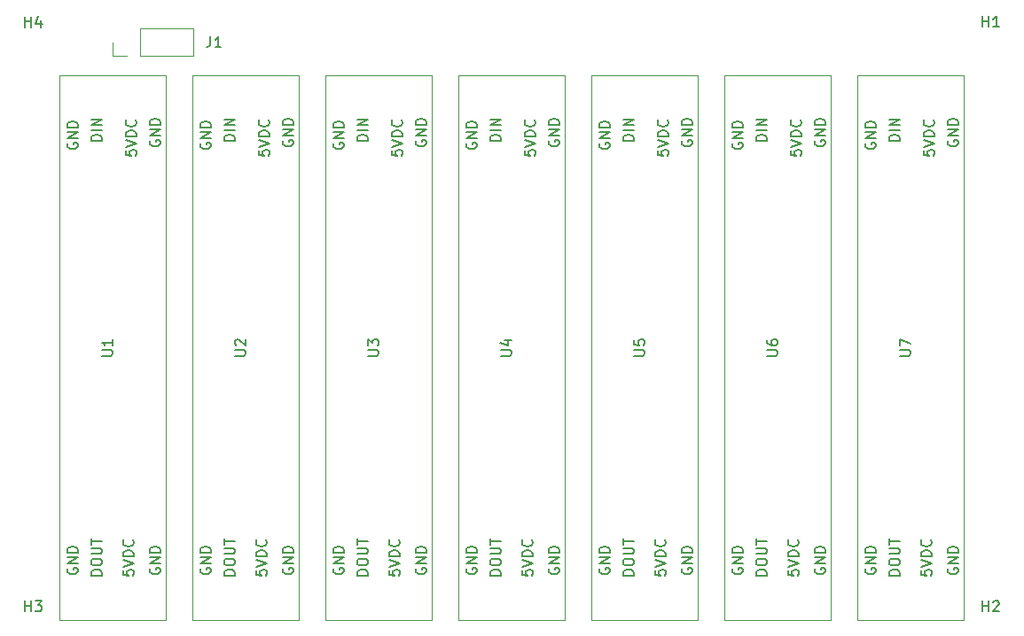
<source format=gbr>
%TF.GenerationSoftware,KiCad,Pcbnew,(6.0.1)*%
%TF.CreationDate,2022-07-14T17:05:26-04:00*%
%TF.ProjectId,Adafruit_NeoPixel_bar,41646166-7275-4697-945f-4e656f506978,rev?*%
%TF.SameCoordinates,Original*%
%TF.FileFunction,Legend,Top*%
%TF.FilePolarity,Positive*%
%FSLAX46Y46*%
G04 Gerber Fmt 4.6, Leading zero omitted, Abs format (unit mm)*
G04 Created by KiCad (PCBNEW (6.0.1)) date 2022-07-14 17:05:26*
%MOMM*%
%LPD*%
G01*
G04 APERTURE LIST*
%ADD10C,0.150000*%
%ADD11C,0.120000*%
G04 APERTURE END LIST*
D10*
%TO.C,U1*%
X52292380Y-94741904D02*
X53101904Y-94741904D01*
X53197142Y-94694285D01*
X53244761Y-94646666D01*
X53292380Y-94551428D01*
X53292380Y-94360952D01*
X53244761Y-94265714D01*
X53197142Y-94218095D01*
X53101904Y-94170476D01*
X52292380Y-94170476D01*
X53292380Y-93170476D02*
X53292380Y-93741904D01*
X53292380Y-93456190D02*
X52292380Y-93456190D01*
X52435238Y-93551428D01*
X52530476Y-93646666D01*
X52578095Y-93741904D01*
X56904000Y-74167904D02*
X56856380Y-74263142D01*
X56856380Y-74406000D01*
X56904000Y-74548857D01*
X56999238Y-74644095D01*
X57094476Y-74691714D01*
X57284952Y-74739333D01*
X57427809Y-74739333D01*
X57618285Y-74691714D01*
X57713523Y-74644095D01*
X57808761Y-74548857D01*
X57856380Y-74406000D01*
X57856380Y-74310761D01*
X57808761Y-74167904D01*
X57761142Y-74120285D01*
X57427809Y-74120285D01*
X57427809Y-74310761D01*
X57856380Y-73691714D02*
X56856380Y-73691714D01*
X57856380Y-73120285D01*
X56856380Y-73120285D01*
X57856380Y-72644095D02*
X56856380Y-72644095D01*
X56856380Y-72406000D01*
X56904000Y-72263142D01*
X56999238Y-72167904D01*
X57094476Y-72120285D01*
X57284952Y-72072666D01*
X57427809Y-72072666D01*
X57618285Y-72120285D01*
X57713523Y-72167904D01*
X57808761Y-72263142D01*
X57856380Y-72406000D01*
X57856380Y-72644095D01*
X56904000Y-115061904D02*
X56856380Y-115157142D01*
X56856380Y-115300000D01*
X56904000Y-115442857D01*
X56999238Y-115538095D01*
X57094476Y-115585714D01*
X57284952Y-115633333D01*
X57427809Y-115633333D01*
X57618285Y-115585714D01*
X57713523Y-115538095D01*
X57808761Y-115442857D01*
X57856380Y-115300000D01*
X57856380Y-115204761D01*
X57808761Y-115061904D01*
X57761142Y-115014285D01*
X57427809Y-115014285D01*
X57427809Y-115204761D01*
X57856380Y-114585714D02*
X56856380Y-114585714D01*
X57856380Y-114014285D01*
X56856380Y-114014285D01*
X57856380Y-113538095D02*
X56856380Y-113538095D01*
X56856380Y-113300000D01*
X56904000Y-113157142D01*
X56999238Y-113061904D01*
X57094476Y-113014285D01*
X57284952Y-112966666D01*
X57427809Y-112966666D01*
X57618285Y-113014285D01*
X57713523Y-113061904D01*
X57808761Y-113157142D01*
X57856380Y-113300000D01*
X57856380Y-113538095D01*
X52268380Y-74175809D02*
X51268380Y-74175809D01*
X51268380Y-73937714D01*
X51316000Y-73794857D01*
X51411238Y-73699619D01*
X51506476Y-73652000D01*
X51696952Y-73604380D01*
X51839809Y-73604380D01*
X52030285Y-73652000D01*
X52125523Y-73699619D01*
X52220761Y-73794857D01*
X52268380Y-73937714D01*
X52268380Y-74175809D01*
X52268380Y-73175809D02*
X51268380Y-73175809D01*
X52268380Y-72699619D02*
X51268380Y-72699619D01*
X52268380Y-72128190D01*
X51268380Y-72128190D01*
X49030000Y-74421904D02*
X48982380Y-74517142D01*
X48982380Y-74660000D01*
X49030000Y-74802857D01*
X49125238Y-74898095D01*
X49220476Y-74945714D01*
X49410952Y-74993333D01*
X49553809Y-74993333D01*
X49744285Y-74945714D01*
X49839523Y-74898095D01*
X49934761Y-74802857D01*
X49982380Y-74660000D01*
X49982380Y-74564761D01*
X49934761Y-74421904D01*
X49887142Y-74374285D01*
X49553809Y-74374285D01*
X49553809Y-74564761D01*
X49982380Y-73945714D02*
X48982380Y-73945714D01*
X49982380Y-73374285D01*
X48982380Y-73374285D01*
X49982380Y-72898095D02*
X48982380Y-72898095D01*
X48982380Y-72660000D01*
X49030000Y-72517142D01*
X49125238Y-72421904D01*
X49220476Y-72374285D01*
X49410952Y-72326666D01*
X49553809Y-72326666D01*
X49744285Y-72374285D01*
X49839523Y-72421904D01*
X49934761Y-72517142D01*
X49982380Y-72660000D01*
X49982380Y-72898095D01*
X49030000Y-115061904D02*
X48982380Y-115157142D01*
X48982380Y-115300000D01*
X49030000Y-115442857D01*
X49125238Y-115538095D01*
X49220476Y-115585714D01*
X49410952Y-115633333D01*
X49553809Y-115633333D01*
X49744285Y-115585714D01*
X49839523Y-115538095D01*
X49934761Y-115442857D01*
X49982380Y-115300000D01*
X49982380Y-115204761D01*
X49934761Y-115061904D01*
X49887142Y-115014285D01*
X49553809Y-115014285D01*
X49553809Y-115204761D01*
X49982380Y-114585714D02*
X48982380Y-114585714D01*
X49982380Y-114014285D01*
X48982380Y-114014285D01*
X49982380Y-113538095D02*
X48982380Y-113538095D01*
X48982380Y-113300000D01*
X49030000Y-113157142D01*
X49125238Y-113061904D01*
X49220476Y-113014285D01*
X49410952Y-112966666D01*
X49553809Y-112966666D01*
X49744285Y-113014285D01*
X49839523Y-113061904D01*
X49934761Y-113157142D01*
X49982380Y-113300000D01*
X49982380Y-113538095D01*
X52268380Y-115736476D02*
X51268380Y-115736476D01*
X51268380Y-115498380D01*
X51316000Y-115355523D01*
X51411238Y-115260285D01*
X51506476Y-115212666D01*
X51696952Y-115165047D01*
X51839809Y-115165047D01*
X52030285Y-115212666D01*
X52125523Y-115260285D01*
X52220761Y-115355523D01*
X52268380Y-115498380D01*
X52268380Y-115736476D01*
X51268380Y-114546000D02*
X51268380Y-114355523D01*
X51316000Y-114260285D01*
X51411238Y-114165047D01*
X51601714Y-114117428D01*
X51935047Y-114117428D01*
X52125523Y-114165047D01*
X52220761Y-114260285D01*
X52268380Y-114355523D01*
X52268380Y-114546000D01*
X52220761Y-114641238D01*
X52125523Y-114736476D01*
X51935047Y-114784095D01*
X51601714Y-114784095D01*
X51411238Y-114736476D01*
X51316000Y-114641238D01*
X51268380Y-114546000D01*
X51268380Y-113688857D02*
X52077904Y-113688857D01*
X52173142Y-113641238D01*
X52220761Y-113593619D01*
X52268380Y-113498380D01*
X52268380Y-113307904D01*
X52220761Y-113212666D01*
X52173142Y-113165047D01*
X52077904Y-113117428D01*
X51268380Y-113117428D01*
X51268380Y-112784095D02*
X51268380Y-112212666D01*
X52268380Y-112498380D02*
X51268380Y-112498380D01*
X54570380Y-75104476D02*
X54570380Y-75580666D01*
X55046571Y-75628285D01*
X54998952Y-75580666D01*
X54951333Y-75485428D01*
X54951333Y-75247333D01*
X54998952Y-75152095D01*
X55046571Y-75104476D01*
X55141809Y-75056857D01*
X55379904Y-75056857D01*
X55475142Y-75104476D01*
X55522761Y-75152095D01*
X55570380Y-75247333D01*
X55570380Y-75485428D01*
X55522761Y-75580666D01*
X55475142Y-75628285D01*
X54570380Y-74771142D02*
X55570380Y-74437809D01*
X54570380Y-74104476D01*
X55570380Y-73771142D02*
X54570380Y-73771142D01*
X54570380Y-73533047D01*
X54618000Y-73390190D01*
X54713238Y-73294952D01*
X54808476Y-73247333D01*
X54998952Y-73199714D01*
X55141809Y-73199714D01*
X55332285Y-73247333D01*
X55427523Y-73294952D01*
X55522761Y-73390190D01*
X55570380Y-73533047D01*
X55570380Y-73771142D01*
X55475142Y-72199714D02*
X55522761Y-72247333D01*
X55570380Y-72390190D01*
X55570380Y-72485428D01*
X55522761Y-72628285D01*
X55427523Y-72723523D01*
X55332285Y-72771142D01*
X55141809Y-72818761D01*
X54998952Y-72818761D01*
X54808476Y-72771142D01*
X54713238Y-72723523D01*
X54618000Y-72628285D01*
X54570380Y-72485428D01*
X54570380Y-72390190D01*
X54618000Y-72247333D01*
X54665619Y-72199714D01*
X54316380Y-115236476D02*
X54316380Y-115712666D01*
X54792571Y-115760285D01*
X54744952Y-115712666D01*
X54697333Y-115617428D01*
X54697333Y-115379333D01*
X54744952Y-115284095D01*
X54792571Y-115236476D01*
X54887809Y-115188857D01*
X55125904Y-115188857D01*
X55221142Y-115236476D01*
X55268761Y-115284095D01*
X55316380Y-115379333D01*
X55316380Y-115617428D01*
X55268761Y-115712666D01*
X55221142Y-115760285D01*
X54316380Y-114903142D02*
X55316380Y-114569809D01*
X54316380Y-114236476D01*
X55316380Y-113903142D02*
X54316380Y-113903142D01*
X54316380Y-113665047D01*
X54364000Y-113522190D01*
X54459238Y-113426952D01*
X54554476Y-113379333D01*
X54744952Y-113331714D01*
X54887809Y-113331714D01*
X55078285Y-113379333D01*
X55173523Y-113426952D01*
X55268761Y-113522190D01*
X55316380Y-113665047D01*
X55316380Y-113903142D01*
X55221142Y-112331714D02*
X55268761Y-112379333D01*
X55316380Y-112522190D01*
X55316380Y-112617428D01*
X55268761Y-112760285D01*
X55173523Y-112855523D01*
X55078285Y-112903142D01*
X54887809Y-112950761D01*
X54744952Y-112950761D01*
X54554476Y-112903142D01*
X54459238Y-112855523D01*
X54364000Y-112760285D01*
X54316380Y-112617428D01*
X54316380Y-112522190D01*
X54364000Y-112379333D01*
X54411619Y-112331714D01*
%TO.C,U2*%
X64992380Y-94741904D02*
X65801904Y-94741904D01*
X65897142Y-94694285D01*
X65944761Y-94646666D01*
X65992380Y-94551428D01*
X65992380Y-94360952D01*
X65944761Y-94265714D01*
X65897142Y-94218095D01*
X65801904Y-94170476D01*
X64992380Y-94170476D01*
X65087619Y-93741904D02*
X65040000Y-93694285D01*
X64992380Y-93599047D01*
X64992380Y-93360952D01*
X65040000Y-93265714D01*
X65087619Y-93218095D01*
X65182857Y-93170476D01*
X65278095Y-93170476D01*
X65420952Y-93218095D01*
X65992380Y-93789523D01*
X65992380Y-93170476D01*
X67270380Y-75104476D02*
X67270380Y-75580666D01*
X67746571Y-75628285D01*
X67698952Y-75580666D01*
X67651333Y-75485428D01*
X67651333Y-75247333D01*
X67698952Y-75152095D01*
X67746571Y-75104476D01*
X67841809Y-75056857D01*
X68079904Y-75056857D01*
X68175142Y-75104476D01*
X68222761Y-75152095D01*
X68270380Y-75247333D01*
X68270380Y-75485428D01*
X68222761Y-75580666D01*
X68175142Y-75628285D01*
X67270380Y-74771142D02*
X68270380Y-74437809D01*
X67270380Y-74104476D01*
X68270380Y-73771142D02*
X67270380Y-73771142D01*
X67270380Y-73533047D01*
X67318000Y-73390190D01*
X67413238Y-73294952D01*
X67508476Y-73247333D01*
X67698952Y-73199714D01*
X67841809Y-73199714D01*
X68032285Y-73247333D01*
X68127523Y-73294952D01*
X68222761Y-73390190D01*
X68270380Y-73533047D01*
X68270380Y-73771142D01*
X68175142Y-72199714D02*
X68222761Y-72247333D01*
X68270380Y-72390190D01*
X68270380Y-72485428D01*
X68222761Y-72628285D01*
X68127523Y-72723523D01*
X68032285Y-72771142D01*
X67841809Y-72818761D01*
X67698952Y-72818761D01*
X67508476Y-72771142D01*
X67413238Y-72723523D01*
X67318000Y-72628285D01*
X67270380Y-72485428D01*
X67270380Y-72390190D01*
X67318000Y-72247333D01*
X67365619Y-72199714D01*
X69604000Y-115061904D02*
X69556380Y-115157142D01*
X69556380Y-115300000D01*
X69604000Y-115442857D01*
X69699238Y-115538095D01*
X69794476Y-115585714D01*
X69984952Y-115633333D01*
X70127809Y-115633333D01*
X70318285Y-115585714D01*
X70413523Y-115538095D01*
X70508761Y-115442857D01*
X70556380Y-115300000D01*
X70556380Y-115204761D01*
X70508761Y-115061904D01*
X70461142Y-115014285D01*
X70127809Y-115014285D01*
X70127809Y-115204761D01*
X70556380Y-114585714D02*
X69556380Y-114585714D01*
X70556380Y-114014285D01*
X69556380Y-114014285D01*
X70556380Y-113538095D02*
X69556380Y-113538095D01*
X69556380Y-113300000D01*
X69604000Y-113157142D01*
X69699238Y-113061904D01*
X69794476Y-113014285D01*
X69984952Y-112966666D01*
X70127809Y-112966666D01*
X70318285Y-113014285D01*
X70413523Y-113061904D01*
X70508761Y-113157142D01*
X70556380Y-113300000D01*
X70556380Y-113538095D01*
X64968380Y-115736476D02*
X63968380Y-115736476D01*
X63968380Y-115498380D01*
X64016000Y-115355523D01*
X64111238Y-115260285D01*
X64206476Y-115212666D01*
X64396952Y-115165047D01*
X64539809Y-115165047D01*
X64730285Y-115212666D01*
X64825523Y-115260285D01*
X64920761Y-115355523D01*
X64968380Y-115498380D01*
X64968380Y-115736476D01*
X63968380Y-114546000D02*
X63968380Y-114355523D01*
X64016000Y-114260285D01*
X64111238Y-114165047D01*
X64301714Y-114117428D01*
X64635047Y-114117428D01*
X64825523Y-114165047D01*
X64920761Y-114260285D01*
X64968380Y-114355523D01*
X64968380Y-114546000D01*
X64920761Y-114641238D01*
X64825523Y-114736476D01*
X64635047Y-114784095D01*
X64301714Y-114784095D01*
X64111238Y-114736476D01*
X64016000Y-114641238D01*
X63968380Y-114546000D01*
X63968380Y-113688857D02*
X64777904Y-113688857D01*
X64873142Y-113641238D01*
X64920761Y-113593619D01*
X64968380Y-113498380D01*
X64968380Y-113307904D01*
X64920761Y-113212666D01*
X64873142Y-113165047D01*
X64777904Y-113117428D01*
X63968380Y-113117428D01*
X63968380Y-112784095D02*
X63968380Y-112212666D01*
X64968380Y-112498380D02*
X63968380Y-112498380D01*
X61730000Y-115061904D02*
X61682380Y-115157142D01*
X61682380Y-115300000D01*
X61730000Y-115442857D01*
X61825238Y-115538095D01*
X61920476Y-115585714D01*
X62110952Y-115633333D01*
X62253809Y-115633333D01*
X62444285Y-115585714D01*
X62539523Y-115538095D01*
X62634761Y-115442857D01*
X62682380Y-115300000D01*
X62682380Y-115204761D01*
X62634761Y-115061904D01*
X62587142Y-115014285D01*
X62253809Y-115014285D01*
X62253809Y-115204761D01*
X62682380Y-114585714D02*
X61682380Y-114585714D01*
X62682380Y-114014285D01*
X61682380Y-114014285D01*
X62682380Y-113538095D02*
X61682380Y-113538095D01*
X61682380Y-113300000D01*
X61730000Y-113157142D01*
X61825238Y-113061904D01*
X61920476Y-113014285D01*
X62110952Y-112966666D01*
X62253809Y-112966666D01*
X62444285Y-113014285D01*
X62539523Y-113061904D01*
X62634761Y-113157142D01*
X62682380Y-113300000D01*
X62682380Y-113538095D01*
X64968380Y-74175809D02*
X63968380Y-74175809D01*
X63968380Y-73937714D01*
X64016000Y-73794857D01*
X64111238Y-73699619D01*
X64206476Y-73652000D01*
X64396952Y-73604380D01*
X64539809Y-73604380D01*
X64730285Y-73652000D01*
X64825523Y-73699619D01*
X64920761Y-73794857D01*
X64968380Y-73937714D01*
X64968380Y-74175809D01*
X64968380Y-73175809D02*
X63968380Y-73175809D01*
X64968380Y-72699619D02*
X63968380Y-72699619D01*
X64968380Y-72128190D01*
X63968380Y-72128190D01*
X67016380Y-115236476D02*
X67016380Y-115712666D01*
X67492571Y-115760285D01*
X67444952Y-115712666D01*
X67397333Y-115617428D01*
X67397333Y-115379333D01*
X67444952Y-115284095D01*
X67492571Y-115236476D01*
X67587809Y-115188857D01*
X67825904Y-115188857D01*
X67921142Y-115236476D01*
X67968761Y-115284095D01*
X68016380Y-115379333D01*
X68016380Y-115617428D01*
X67968761Y-115712666D01*
X67921142Y-115760285D01*
X67016380Y-114903142D02*
X68016380Y-114569809D01*
X67016380Y-114236476D01*
X68016380Y-113903142D02*
X67016380Y-113903142D01*
X67016380Y-113665047D01*
X67064000Y-113522190D01*
X67159238Y-113426952D01*
X67254476Y-113379333D01*
X67444952Y-113331714D01*
X67587809Y-113331714D01*
X67778285Y-113379333D01*
X67873523Y-113426952D01*
X67968761Y-113522190D01*
X68016380Y-113665047D01*
X68016380Y-113903142D01*
X67921142Y-112331714D02*
X67968761Y-112379333D01*
X68016380Y-112522190D01*
X68016380Y-112617428D01*
X67968761Y-112760285D01*
X67873523Y-112855523D01*
X67778285Y-112903142D01*
X67587809Y-112950761D01*
X67444952Y-112950761D01*
X67254476Y-112903142D01*
X67159238Y-112855523D01*
X67064000Y-112760285D01*
X67016380Y-112617428D01*
X67016380Y-112522190D01*
X67064000Y-112379333D01*
X67111619Y-112331714D01*
X61730000Y-74421904D02*
X61682380Y-74517142D01*
X61682380Y-74660000D01*
X61730000Y-74802857D01*
X61825238Y-74898095D01*
X61920476Y-74945714D01*
X62110952Y-74993333D01*
X62253809Y-74993333D01*
X62444285Y-74945714D01*
X62539523Y-74898095D01*
X62634761Y-74802857D01*
X62682380Y-74660000D01*
X62682380Y-74564761D01*
X62634761Y-74421904D01*
X62587142Y-74374285D01*
X62253809Y-74374285D01*
X62253809Y-74564761D01*
X62682380Y-73945714D02*
X61682380Y-73945714D01*
X62682380Y-73374285D01*
X61682380Y-73374285D01*
X62682380Y-72898095D02*
X61682380Y-72898095D01*
X61682380Y-72660000D01*
X61730000Y-72517142D01*
X61825238Y-72421904D01*
X61920476Y-72374285D01*
X62110952Y-72326666D01*
X62253809Y-72326666D01*
X62444285Y-72374285D01*
X62539523Y-72421904D01*
X62634761Y-72517142D01*
X62682380Y-72660000D01*
X62682380Y-72898095D01*
X69604000Y-74167904D02*
X69556380Y-74263142D01*
X69556380Y-74406000D01*
X69604000Y-74548857D01*
X69699238Y-74644095D01*
X69794476Y-74691714D01*
X69984952Y-74739333D01*
X70127809Y-74739333D01*
X70318285Y-74691714D01*
X70413523Y-74644095D01*
X70508761Y-74548857D01*
X70556380Y-74406000D01*
X70556380Y-74310761D01*
X70508761Y-74167904D01*
X70461142Y-74120285D01*
X70127809Y-74120285D01*
X70127809Y-74310761D01*
X70556380Y-73691714D02*
X69556380Y-73691714D01*
X70556380Y-73120285D01*
X69556380Y-73120285D01*
X70556380Y-72644095D02*
X69556380Y-72644095D01*
X69556380Y-72406000D01*
X69604000Y-72263142D01*
X69699238Y-72167904D01*
X69794476Y-72120285D01*
X69984952Y-72072666D01*
X70127809Y-72072666D01*
X70318285Y-72120285D01*
X70413523Y-72167904D01*
X70508761Y-72263142D01*
X70556380Y-72406000D01*
X70556380Y-72644095D01*
%TO.C,H2*%
X136398095Y-119172380D02*
X136398095Y-118172380D01*
X136398095Y-118648571D02*
X136969523Y-118648571D01*
X136969523Y-119172380D02*
X136969523Y-118172380D01*
X137398095Y-118267619D02*
X137445714Y-118220000D01*
X137540952Y-118172380D01*
X137779047Y-118172380D01*
X137874285Y-118220000D01*
X137921904Y-118267619D01*
X137969523Y-118362857D01*
X137969523Y-118458095D01*
X137921904Y-118600952D01*
X137350476Y-119172380D01*
X137969523Y-119172380D01*
%TO.C,U7*%
X128492380Y-94741904D02*
X129301904Y-94741904D01*
X129397142Y-94694285D01*
X129444761Y-94646666D01*
X129492380Y-94551428D01*
X129492380Y-94360952D01*
X129444761Y-94265714D01*
X129397142Y-94218095D01*
X129301904Y-94170476D01*
X128492380Y-94170476D01*
X128492380Y-93789523D02*
X128492380Y-93122857D01*
X129492380Y-93551428D01*
X130516380Y-115236476D02*
X130516380Y-115712666D01*
X130992571Y-115760285D01*
X130944952Y-115712666D01*
X130897333Y-115617428D01*
X130897333Y-115379333D01*
X130944952Y-115284095D01*
X130992571Y-115236476D01*
X131087809Y-115188857D01*
X131325904Y-115188857D01*
X131421142Y-115236476D01*
X131468761Y-115284095D01*
X131516380Y-115379333D01*
X131516380Y-115617428D01*
X131468761Y-115712666D01*
X131421142Y-115760285D01*
X130516380Y-114903142D02*
X131516380Y-114569809D01*
X130516380Y-114236476D01*
X131516380Y-113903142D02*
X130516380Y-113903142D01*
X130516380Y-113665047D01*
X130564000Y-113522190D01*
X130659238Y-113426952D01*
X130754476Y-113379333D01*
X130944952Y-113331714D01*
X131087809Y-113331714D01*
X131278285Y-113379333D01*
X131373523Y-113426952D01*
X131468761Y-113522190D01*
X131516380Y-113665047D01*
X131516380Y-113903142D01*
X131421142Y-112331714D02*
X131468761Y-112379333D01*
X131516380Y-112522190D01*
X131516380Y-112617428D01*
X131468761Y-112760285D01*
X131373523Y-112855523D01*
X131278285Y-112903142D01*
X131087809Y-112950761D01*
X130944952Y-112950761D01*
X130754476Y-112903142D01*
X130659238Y-112855523D01*
X130564000Y-112760285D01*
X130516380Y-112617428D01*
X130516380Y-112522190D01*
X130564000Y-112379333D01*
X130611619Y-112331714D01*
X125230000Y-74421904D02*
X125182380Y-74517142D01*
X125182380Y-74660000D01*
X125230000Y-74802857D01*
X125325238Y-74898095D01*
X125420476Y-74945714D01*
X125610952Y-74993333D01*
X125753809Y-74993333D01*
X125944285Y-74945714D01*
X126039523Y-74898095D01*
X126134761Y-74802857D01*
X126182380Y-74660000D01*
X126182380Y-74564761D01*
X126134761Y-74421904D01*
X126087142Y-74374285D01*
X125753809Y-74374285D01*
X125753809Y-74564761D01*
X126182380Y-73945714D02*
X125182380Y-73945714D01*
X126182380Y-73374285D01*
X125182380Y-73374285D01*
X126182380Y-72898095D02*
X125182380Y-72898095D01*
X125182380Y-72660000D01*
X125230000Y-72517142D01*
X125325238Y-72421904D01*
X125420476Y-72374285D01*
X125610952Y-72326666D01*
X125753809Y-72326666D01*
X125944285Y-72374285D01*
X126039523Y-72421904D01*
X126134761Y-72517142D01*
X126182380Y-72660000D01*
X126182380Y-72898095D01*
X130770380Y-75104476D02*
X130770380Y-75580666D01*
X131246571Y-75628285D01*
X131198952Y-75580666D01*
X131151333Y-75485428D01*
X131151333Y-75247333D01*
X131198952Y-75152095D01*
X131246571Y-75104476D01*
X131341809Y-75056857D01*
X131579904Y-75056857D01*
X131675142Y-75104476D01*
X131722761Y-75152095D01*
X131770380Y-75247333D01*
X131770380Y-75485428D01*
X131722761Y-75580666D01*
X131675142Y-75628285D01*
X130770380Y-74771142D02*
X131770380Y-74437809D01*
X130770380Y-74104476D01*
X131770380Y-73771142D02*
X130770380Y-73771142D01*
X130770380Y-73533047D01*
X130818000Y-73390190D01*
X130913238Y-73294952D01*
X131008476Y-73247333D01*
X131198952Y-73199714D01*
X131341809Y-73199714D01*
X131532285Y-73247333D01*
X131627523Y-73294952D01*
X131722761Y-73390190D01*
X131770380Y-73533047D01*
X131770380Y-73771142D01*
X131675142Y-72199714D02*
X131722761Y-72247333D01*
X131770380Y-72390190D01*
X131770380Y-72485428D01*
X131722761Y-72628285D01*
X131627523Y-72723523D01*
X131532285Y-72771142D01*
X131341809Y-72818761D01*
X131198952Y-72818761D01*
X131008476Y-72771142D01*
X130913238Y-72723523D01*
X130818000Y-72628285D01*
X130770380Y-72485428D01*
X130770380Y-72390190D01*
X130818000Y-72247333D01*
X130865619Y-72199714D01*
X125230000Y-115061904D02*
X125182380Y-115157142D01*
X125182380Y-115300000D01*
X125230000Y-115442857D01*
X125325238Y-115538095D01*
X125420476Y-115585714D01*
X125610952Y-115633333D01*
X125753809Y-115633333D01*
X125944285Y-115585714D01*
X126039523Y-115538095D01*
X126134761Y-115442857D01*
X126182380Y-115300000D01*
X126182380Y-115204761D01*
X126134761Y-115061904D01*
X126087142Y-115014285D01*
X125753809Y-115014285D01*
X125753809Y-115204761D01*
X126182380Y-114585714D02*
X125182380Y-114585714D01*
X126182380Y-114014285D01*
X125182380Y-114014285D01*
X126182380Y-113538095D02*
X125182380Y-113538095D01*
X125182380Y-113300000D01*
X125230000Y-113157142D01*
X125325238Y-113061904D01*
X125420476Y-113014285D01*
X125610952Y-112966666D01*
X125753809Y-112966666D01*
X125944285Y-113014285D01*
X126039523Y-113061904D01*
X126134761Y-113157142D01*
X126182380Y-113300000D01*
X126182380Y-113538095D01*
X133104000Y-74167904D02*
X133056380Y-74263142D01*
X133056380Y-74406000D01*
X133104000Y-74548857D01*
X133199238Y-74644095D01*
X133294476Y-74691714D01*
X133484952Y-74739333D01*
X133627809Y-74739333D01*
X133818285Y-74691714D01*
X133913523Y-74644095D01*
X134008761Y-74548857D01*
X134056380Y-74406000D01*
X134056380Y-74310761D01*
X134008761Y-74167904D01*
X133961142Y-74120285D01*
X133627809Y-74120285D01*
X133627809Y-74310761D01*
X134056380Y-73691714D02*
X133056380Y-73691714D01*
X134056380Y-73120285D01*
X133056380Y-73120285D01*
X134056380Y-72644095D02*
X133056380Y-72644095D01*
X133056380Y-72406000D01*
X133104000Y-72263142D01*
X133199238Y-72167904D01*
X133294476Y-72120285D01*
X133484952Y-72072666D01*
X133627809Y-72072666D01*
X133818285Y-72120285D01*
X133913523Y-72167904D01*
X134008761Y-72263142D01*
X134056380Y-72406000D01*
X134056380Y-72644095D01*
X128468380Y-74175809D02*
X127468380Y-74175809D01*
X127468380Y-73937714D01*
X127516000Y-73794857D01*
X127611238Y-73699619D01*
X127706476Y-73652000D01*
X127896952Y-73604380D01*
X128039809Y-73604380D01*
X128230285Y-73652000D01*
X128325523Y-73699619D01*
X128420761Y-73794857D01*
X128468380Y-73937714D01*
X128468380Y-74175809D01*
X128468380Y-73175809D02*
X127468380Y-73175809D01*
X128468380Y-72699619D02*
X127468380Y-72699619D01*
X128468380Y-72128190D01*
X127468380Y-72128190D01*
X133104000Y-115061904D02*
X133056380Y-115157142D01*
X133056380Y-115300000D01*
X133104000Y-115442857D01*
X133199238Y-115538095D01*
X133294476Y-115585714D01*
X133484952Y-115633333D01*
X133627809Y-115633333D01*
X133818285Y-115585714D01*
X133913523Y-115538095D01*
X134008761Y-115442857D01*
X134056380Y-115300000D01*
X134056380Y-115204761D01*
X134008761Y-115061904D01*
X133961142Y-115014285D01*
X133627809Y-115014285D01*
X133627809Y-115204761D01*
X134056380Y-114585714D02*
X133056380Y-114585714D01*
X134056380Y-114014285D01*
X133056380Y-114014285D01*
X134056380Y-113538095D02*
X133056380Y-113538095D01*
X133056380Y-113300000D01*
X133104000Y-113157142D01*
X133199238Y-113061904D01*
X133294476Y-113014285D01*
X133484952Y-112966666D01*
X133627809Y-112966666D01*
X133818285Y-113014285D01*
X133913523Y-113061904D01*
X134008761Y-113157142D01*
X134056380Y-113300000D01*
X134056380Y-113538095D01*
X128468380Y-115736476D02*
X127468380Y-115736476D01*
X127468380Y-115498380D01*
X127516000Y-115355523D01*
X127611238Y-115260285D01*
X127706476Y-115212666D01*
X127896952Y-115165047D01*
X128039809Y-115165047D01*
X128230285Y-115212666D01*
X128325523Y-115260285D01*
X128420761Y-115355523D01*
X128468380Y-115498380D01*
X128468380Y-115736476D01*
X127468380Y-114546000D02*
X127468380Y-114355523D01*
X127516000Y-114260285D01*
X127611238Y-114165047D01*
X127801714Y-114117428D01*
X128135047Y-114117428D01*
X128325523Y-114165047D01*
X128420761Y-114260285D01*
X128468380Y-114355523D01*
X128468380Y-114546000D01*
X128420761Y-114641238D01*
X128325523Y-114736476D01*
X128135047Y-114784095D01*
X127801714Y-114784095D01*
X127611238Y-114736476D01*
X127516000Y-114641238D01*
X127468380Y-114546000D01*
X127468380Y-113688857D02*
X128277904Y-113688857D01*
X128373142Y-113641238D01*
X128420761Y-113593619D01*
X128468380Y-113498380D01*
X128468380Y-113307904D01*
X128420761Y-113212666D01*
X128373142Y-113165047D01*
X128277904Y-113117428D01*
X127468380Y-113117428D01*
X127468380Y-112784095D02*
X127468380Y-112212666D01*
X128468380Y-112498380D02*
X127468380Y-112498380D01*
%TO.C,J1*%
X62658666Y-64222380D02*
X62658666Y-64936666D01*
X62611047Y-65079523D01*
X62515809Y-65174761D01*
X62372952Y-65222380D01*
X62277714Y-65222380D01*
X63658666Y-65222380D02*
X63087238Y-65222380D01*
X63372952Y-65222380D02*
X63372952Y-64222380D01*
X63277714Y-64365238D01*
X63182476Y-64460476D01*
X63087238Y-64508095D01*
%TO.C,H3*%
X44958095Y-119172380D02*
X44958095Y-118172380D01*
X44958095Y-118648571D02*
X45529523Y-118648571D01*
X45529523Y-119172380D02*
X45529523Y-118172380D01*
X45910476Y-118172380D02*
X46529523Y-118172380D01*
X46196190Y-118553333D01*
X46339047Y-118553333D01*
X46434285Y-118600952D01*
X46481904Y-118648571D01*
X46529523Y-118743809D01*
X46529523Y-118981904D01*
X46481904Y-119077142D01*
X46434285Y-119124761D01*
X46339047Y-119172380D01*
X46053333Y-119172380D01*
X45958095Y-119124761D01*
X45910476Y-119077142D01*
%TO.C,H1*%
X136398095Y-63292380D02*
X136398095Y-62292380D01*
X136398095Y-62768571D02*
X136969523Y-62768571D01*
X136969523Y-63292380D02*
X136969523Y-62292380D01*
X137969523Y-63292380D02*
X137398095Y-63292380D01*
X137683809Y-63292380D02*
X137683809Y-62292380D01*
X137588571Y-62435238D01*
X137493333Y-62530476D01*
X137398095Y-62578095D01*
%TO.C,U6*%
X115792380Y-94741904D02*
X116601904Y-94741904D01*
X116697142Y-94694285D01*
X116744761Y-94646666D01*
X116792380Y-94551428D01*
X116792380Y-94360952D01*
X116744761Y-94265714D01*
X116697142Y-94218095D01*
X116601904Y-94170476D01*
X115792380Y-94170476D01*
X115792380Y-93265714D02*
X115792380Y-93456190D01*
X115840000Y-93551428D01*
X115887619Y-93599047D01*
X116030476Y-93694285D01*
X116220952Y-93741904D01*
X116601904Y-93741904D01*
X116697142Y-93694285D01*
X116744761Y-93646666D01*
X116792380Y-93551428D01*
X116792380Y-93360952D01*
X116744761Y-93265714D01*
X116697142Y-93218095D01*
X116601904Y-93170476D01*
X116363809Y-93170476D01*
X116268571Y-93218095D01*
X116220952Y-93265714D01*
X116173333Y-93360952D01*
X116173333Y-93551428D01*
X116220952Y-93646666D01*
X116268571Y-93694285D01*
X116363809Y-93741904D01*
X117816380Y-115236476D02*
X117816380Y-115712666D01*
X118292571Y-115760285D01*
X118244952Y-115712666D01*
X118197333Y-115617428D01*
X118197333Y-115379333D01*
X118244952Y-115284095D01*
X118292571Y-115236476D01*
X118387809Y-115188857D01*
X118625904Y-115188857D01*
X118721142Y-115236476D01*
X118768761Y-115284095D01*
X118816380Y-115379333D01*
X118816380Y-115617428D01*
X118768761Y-115712666D01*
X118721142Y-115760285D01*
X117816380Y-114903142D02*
X118816380Y-114569809D01*
X117816380Y-114236476D01*
X118816380Y-113903142D02*
X117816380Y-113903142D01*
X117816380Y-113665047D01*
X117864000Y-113522190D01*
X117959238Y-113426952D01*
X118054476Y-113379333D01*
X118244952Y-113331714D01*
X118387809Y-113331714D01*
X118578285Y-113379333D01*
X118673523Y-113426952D01*
X118768761Y-113522190D01*
X118816380Y-113665047D01*
X118816380Y-113903142D01*
X118721142Y-112331714D02*
X118768761Y-112379333D01*
X118816380Y-112522190D01*
X118816380Y-112617428D01*
X118768761Y-112760285D01*
X118673523Y-112855523D01*
X118578285Y-112903142D01*
X118387809Y-112950761D01*
X118244952Y-112950761D01*
X118054476Y-112903142D01*
X117959238Y-112855523D01*
X117864000Y-112760285D01*
X117816380Y-112617428D01*
X117816380Y-112522190D01*
X117864000Y-112379333D01*
X117911619Y-112331714D01*
X112530000Y-115061904D02*
X112482380Y-115157142D01*
X112482380Y-115300000D01*
X112530000Y-115442857D01*
X112625238Y-115538095D01*
X112720476Y-115585714D01*
X112910952Y-115633333D01*
X113053809Y-115633333D01*
X113244285Y-115585714D01*
X113339523Y-115538095D01*
X113434761Y-115442857D01*
X113482380Y-115300000D01*
X113482380Y-115204761D01*
X113434761Y-115061904D01*
X113387142Y-115014285D01*
X113053809Y-115014285D01*
X113053809Y-115204761D01*
X113482380Y-114585714D02*
X112482380Y-114585714D01*
X113482380Y-114014285D01*
X112482380Y-114014285D01*
X113482380Y-113538095D02*
X112482380Y-113538095D01*
X112482380Y-113300000D01*
X112530000Y-113157142D01*
X112625238Y-113061904D01*
X112720476Y-113014285D01*
X112910952Y-112966666D01*
X113053809Y-112966666D01*
X113244285Y-113014285D01*
X113339523Y-113061904D01*
X113434761Y-113157142D01*
X113482380Y-113300000D01*
X113482380Y-113538095D01*
X120404000Y-115061904D02*
X120356380Y-115157142D01*
X120356380Y-115300000D01*
X120404000Y-115442857D01*
X120499238Y-115538095D01*
X120594476Y-115585714D01*
X120784952Y-115633333D01*
X120927809Y-115633333D01*
X121118285Y-115585714D01*
X121213523Y-115538095D01*
X121308761Y-115442857D01*
X121356380Y-115300000D01*
X121356380Y-115204761D01*
X121308761Y-115061904D01*
X121261142Y-115014285D01*
X120927809Y-115014285D01*
X120927809Y-115204761D01*
X121356380Y-114585714D02*
X120356380Y-114585714D01*
X121356380Y-114014285D01*
X120356380Y-114014285D01*
X121356380Y-113538095D02*
X120356380Y-113538095D01*
X120356380Y-113300000D01*
X120404000Y-113157142D01*
X120499238Y-113061904D01*
X120594476Y-113014285D01*
X120784952Y-112966666D01*
X120927809Y-112966666D01*
X121118285Y-113014285D01*
X121213523Y-113061904D01*
X121308761Y-113157142D01*
X121356380Y-113300000D01*
X121356380Y-113538095D01*
X120404000Y-74167904D02*
X120356380Y-74263142D01*
X120356380Y-74406000D01*
X120404000Y-74548857D01*
X120499238Y-74644095D01*
X120594476Y-74691714D01*
X120784952Y-74739333D01*
X120927809Y-74739333D01*
X121118285Y-74691714D01*
X121213523Y-74644095D01*
X121308761Y-74548857D01*
X121356380Y-74406000D01*
X121356380Y-74310761D01*
X121308761Y-74167904D01*
X121261142Y-74120285D01*
X120927809Y-74120285D01*
X120927809Y-74310761D01*
X121356380Y-73691714D02*
X120356380Y-73691714D01*
X121356380Y-73120285D01*
X120356380Y-73120285D01*
X121356380Y-72644095D02*
X120356380Y-72644095D01*
X120356380Y-72406000D01*
X120404000Y-72263142D01*
X120499238Y-72167904D01*
X120594476Y-72120285D01*
X120784952Y-72072666D01*
X120927809Y-72072666D01*
X121118285Y-72120285D01*
X121213523Y-72167904D01*
X121308761Y-72263142D01*
X121356380Y-72406000D01*
X121356380Y-72644095D01*
X115768380Y-74175809D02*
X114768380Y-74175809D01*
X114768380Y-73937714D01*
X114816000Y-73794857D01*
X114911238Y-73699619D01*
X115006476Y-73652000D01*
X115196952Y-73604380D01*
X115339809Y-73604380D01*
X115530285Y-73652000D01*
X115625523Y-73699619D01*
X115720761Y-73794857D01*
X115768380Y-73937714D01*
X115768380Y-74175809D01*
X115768380Y-73175809D02*
X114768380Y-73175809D01*
X115768380Y-72699619D02*
X114768380Y-72699619D01*
X115768380Y-72128190D01*
X114768380Y-72128190D01*
X115768380Y-115736476D02*
X114768380Y-115736476D01*
X114768380Y-115498380D01*
X114816000Y-115355523D01*
X114911238Y-115260285D01*
X115006476Y-115212666D01*
X115196952Y-115165047D01*
X115339809Y-115165047D01*
X115530285Y-115212666D01*
X115625523Y-115260285D01*
X115720761Y-115355523D01*
X115768380Y-115498380D01*
X115768380Y-115736476D01*
X114768380Y-114546000D02*
X114768380Y-114355523D01*
X114816000Y-114260285D01*
X114911238Y-114165047D01*
X115101714Y-114117428D01*
X115435047Y-114117428D01*
X115625523Y-114165047D01*
X115720761Y-114260285D01*
X115768380Y-114355523D01*
X115768380Y-114546000D01*
X115720761Y-114641238D01*
X115625523Y-114736476D01*
X115435047Y-114784095D01*
X115101714Y-114784095D01*
X114911238Y-114736476D01*
X114816000Y-114641238D01*
X114768380Y-114546000D01*
X114768380Y-113688857D02*
X115577904Y-113688857D01*
X115673142Y-113641238D01*
X115720761Y-113593619D01*
X115768380Y-113498380D01*
X115768380Y-113307904D01*
X115720761Y-113212666D01*
X115673142Y-113165047D01*
X115577904Y-113117428D01*
X114768380Y-113117428D01*
X114768380Y-112784095D02*
X114768380Y-112212666D01*
X115768380Y-112498380D02*
X114768380Y-112498380D01*
X118070380Y-75104476D02*
X118070380Y-75580666D01*
X118546571Y-75628285D01*
X118498952Y-75580666D01*
X118451333Y-75485428D01*
X118451333Y-75247333D01*
X118498952Y-75152095D01*
X118546571Y-75104476D01*
X118641809Y-75056857D01*
X118879904Y-75056857D01*
X118975142Y-75104476D01*
X119022761Y-75152095D01*
X119070380Y-75247333D01*
X119070380Y-75485428D01*
X119022761Y-75580666D01*
X118975142Y-75628285D01*
X118070380Y-74771142D02*
X119070380Y-74437809D01*
X118070380Y-74104476D01*
X119070380Y-73771142D02*
X118070380Y-73771142D01*
X118070380Y-73533047D01*
X118118000Y-73390190D01*
X118213238Y-73294952D01*
X118308476Y-73247333D01*
X118498952Y-73199714D01*
X118641809Y-73199714D01*
X118832285Y-73247333D01*
X118927523Y-73294952D01*
X119022761Y-73390190D01*
X119070380Y-73533047D01*
X119070380Y-73771142D01*
X118975142Y-72199714D02*
X119022761Y-72247333D01*
X119070380Y-72390190D01*
X119070380Y-72485428D01*
X119022761Y-72628285D01*
X118927523Y-72723523D01*
X118832285Y-72771142D01*
X118641809Y-72818761D01*
X118498952Y-72818761D01*
X118308476Y-72771142D01*
X118213238Y-72723523D01*
X118118000Y-72628285D01*
X118070380Y-72485428D01*
X118070380Y-72390190D01*
X118118000Y-72247333D01*
X118165619Y-72199714D01*
X112530000Y-74421904D02*
X112482380Y-74517142D01*
X112482380Y-74660000D01*
X112530000Y-74802857D01*
X112625238Y-74898095D01*
X112720476Y-74945714D01*
X112910952Y-74993333D01*
X113053809Y-74993333D01*
X113244285Y-74945714D01*
X113339523Y-74898095D01*
X113434761Y-74802857D01*
X113482380Y-74660000D01*
X113482380Y-74564761D01*
X113434761Y-74421904D01*
X113387142Y-74374285D01*
X113053809Y-74374285D01*
X113053809Y-74564761D01*
X113482380Y-73945714D02*
X112482380Y-73945714D01*
X113482380Y-73374285D01*
X112482380Y-73374285D01*
X113482380Y-72898095D02*
X112482380Y-72898095D01*
X112482380Y-72660000D01*
X112530000Y-72517142D01*
X112625238Y-72421904D01*
X112720476Y-72374285D01*
X112910952Y-72326666D01*
X113053809Y-72326666D01*
X113244285Y-72374285D01*
X113339523Y-72421904D01*
X113434761Y-72517142D01*
X113482380Y-72660000D01*
X113482380Y-72898095D01*
%TO.C,U3*%
X77692380Y-94741904D02*
X78501904Y-94741904D01*
X78597142Y-94694285D01*
X78644761Y-94646666D01*
X78692380Y-94551428D01*
X78692380Y-94360952D01*
X78644761Y-94265714D01*
X78597142Y-94218095D01*
X78501904Y-94170476D01*
X77692380Y-94170476D01*
X77692380Y-93789523D02*
X77692380Y-93170476D01*
X78073333Y-93503809D01*
X78073333Y-93360952D01*
X78120952Y-93265714D01*
X78168571Y-93218095D01*
X78263809Y-93170476D01*
X78501904Y-93170476D01*
X78597142Y-93218095D01*
X78644761Y-93265714D01*
X78692380Y-93360952D01*
X78692380Y-93646666D01*
X78644761Y-93741904D01*
X78597142Y-93789523D01*
X77668380Y-115736476D02*
X76668380Y-115736476D01*
X76668380Y-115498380D01*
X76716000Y-115355523D01*
X76811238Y-115260285D01*
X76906476Y-115212666D01*
X77096952Y-115165047D01*
X77239809Y-115165047D01*
X77430285Y-115212666D01*
X77525523Y-115260285D01*
X77620761Y-115355523D01*
X77668380Y-115498380D01*
X77668380Y-115736476D01*
X76668380Y-114546000D02*
X76668380Y-114355523D01*
X76716000Y-114260285D01*
X76811238Y-114165047D01*
X77001714Y-114117428D01*
X77335047Y-114117428D01*
X77525523Y-114165047D01*
X77620761Y-114260285D01*
X77668380Y-114355523D01*
X77668380Y-114546000D01*
X77620761Y-114641238D01*
X77525523Y-114736476D01*
X77335047Y-114784095D01*
X77001714Y-114784095D01*
X76811238Y-114736476D01*
X76716000Y-114641238D01*
X76668380Y-114546000D01*
X76668380Y-113688857D02*
X77477904Y-113688857D01*
X77573142Y-113641238D01*
X77620761Y-113593619D01*
X77668380Y-113498380D01*
X77668380Y-113307904D01*
X77620761Y-113212666D01*
X77573142Y-113165047D01*
X77477904Y-113117428D01*
X76668380Y-113117428D01*
X76668380Y-112784095D02*
X76668380Y-112212666D01*
X77668380Y-112498380D02*
X76668380Y-112498380D01*
X79970380Y-75104476D02*
X79970380Y-75580666D01*
X80446571Y-75628285D01*
X80398952Y-75580666D01*
X80351333Y-75485428D01*
X80351333Y-75247333D01*
X80398952Y-75152095D01*
X80446571Y-75104476D01*
X80541809Y-75056857D01*
X80779904Y-75056857D01*
X80875142Y-75104476D01*
X80922761Y-75152095D01*
X80970380Y-75247333D01*
X80970380Y-75485428D01*
X80922761Y-75580666D01*
X80875142Y-75628285D01*
X79970380Y-74771142D02*
X80970380Y-74437809D01*
X79970380Y-74104476D01*
X80970380Y-73771142D02*
X79970380Y-73771142D01*
X79970380Y-73533047D01*
X80018000Y-73390190D01*
X80113238Y-73294952D01*
X80208476Y-73247333D01*
X80398952Y-73199714D01*
X80541809Y-73199714D01*
X80732285Y-73247333D01*
X80827523Y-73294952D01*
X80922761Y-73390190D01*
X80970380Y-73533047D01*
X80970380Y-73771142D01*
X80875142Y-72199714D02*
X80922761Y-72247333D01*
X80970380Y-72390190D01*
X80970380Y-72485428D01*
X80922761Y-72628285D01*
X80827523Y-72723523D01*
X80732285Y-72771142D01*
X80541809Y-72818761D01*
X80398952Y-72818761D01*
X80208476Y-72771142D01*
X80113238Y-72723523D01*
X80018000Y-72628285D01*
X79970380Y-72485428D01*
X79970380Y-72390190D01*
X80018000Y-72247333D01*
X80065619Y-72199714D01*
X82304000Y-74167904D02*
X82256380Y-74263142D01*
X82256380Y-74406000D01*
X82304000Y-74548857D01*
X82399238Y-74644095D01*
X82494476Y-74691714D01*
X82684952Y-74739333D01*
X82827809Y-74739333D01*
X83018285Y-74691714D01*
X83113523Y-74644095D01*
X83208761Y-74548857D01*
X83256380Y-74406000D01*
X83256380Y-74310761D01*
X83208761Y-74167904D01*
X83161142Y-74120285D01*
X82827809Y-74120285D01*
X82827809Y-74310761D01*
X83256380Y-73691714D02*
X82256380Y-73691714D01*
X83256380Y-73120285D01*
X82256380Y-73120285D01*
X83256380Y-72644095D02*
X82256380Y-72644095D01*
X82256380Y-72406000D01*
X82304000Y-72263142D01*
X82399238Y-72167904D01*
X82494476Y-72120285D01*
X82684952Y-72072666D01*
X82827809Y-72072666D01*
X83018285Y-72120285D01*
X83113523Y-72167904D01*
X83208761Y-72263142D01*
X83256380Y-72406000D01*
X83256380Y-72644095D01*
X82304000Y-115061904D02*
X82256380Y-115157142D01*
X82256380Y-115300000D01*
X82304000Y-115442857D01*
X82399238Y-115538095D01*
X82494476Y-115585714D01*
X82684952Y-115633333D01*
X82827809Y-115633333D01*
X83018285Y-115585714D01*
X83113523Y-115538095D01*
X83208761Y-115442857D01*
X83256380Y-115300000D01*
X83256380Y-115204761D01*
X83208761Y-115061904D01*
X83161142Y-115014285D01*
X82827809Y-115014285D01*
X82827809Y-115204761D01*
X83256380Y-114585714D02*
X82256380Y-114585714D01*
X83256380Y-114014285D01*
X82256380Y-114014285D01*
X83256380Y-113538095D02*
X82256380Y-113538095D01*
X82256380Y-113300000D01*
X82304000Y-113157142D01*
X82399238Y-113061904D01*
X82494476Y-113014285D01*
X82684952Y-112966666D01*
X82827809Y-112966666D01*
X83018285Y-113014285D01*
X83113523Y-113061904D01*
X83208761Y-113157142D01*
X83256380Y-113300000D01*
X83256380Y-113538095D01*
X74430000Y-115061904D02*
X74382380Y-115157142D01*
X74382380Y-115300000D01*
X74430000Y-115442857D01*
X74525238Y-115538095D01*
X74620476Y-115585714D01*
X74810952Y-115633333D01*
X74953809Y-115633333D01*
X75144285Y-115585714D01*
X75239523Y-115538095D01*
X75334761Y-115442857D01*
X75382380Y-115300000D01*
X75382380Y-115204761D01*
X75334761Y-115061904D01*
X75287142Y-115014285D01*
X74953809Y-115014285D01*
X74953809Y-115204761D01*
X75382380Y-114585714D02*
X74382380Y-114585714D01*
X75382380Y-114014285D01*
X74382380Y-114014285D01*
X75382380Y-113538095D02*
X74382380Y-113538095D01*
X74382380Y-113300000D01*
X74430000Y-113157142D01*
X74525238Y-113061904D01*
X74620476Y-113014285D01*
X74810952Y-112966666D01*
X74953809Y-112966666D01*
X75144285Y-113014285D01*
X75239523Y-113061904D01*
X75334761Y-113157142D01*
X75382380Y-113300000D01*
X75382380Y-113538095D01*
X74430000Y-74421904D02*
X74382380Y-74517142D01*
X74382380Y-74660000D01*
X74430000Y-74802857D01*
X74525238Y-74898095D01*
X74620476Y-74945714D01*
X74810952Y-74993333D01*
X74953809Y-74993333D01*
X75144285Y-74945714D01*
X75239523Y-74898095D01*
X75334761Y-74802857D01*
X75382380Y-74660000D01*
X75382380Y-74564761D01*
X75334761Y-74421904D01*
X75287142Y-74374285D01*
X74953809Y-74374285D01*
X74953809Y-74564761D01*
X75382380Y-73945714D02*
X74382380Y-73945714D01*
X75382380Y-73374285D01*
X74382380Y-73374285D01*
X75382380Y-72898095D02*
X74382380Y-72898095D01*
X74382380Y-72660000D01*
X74430000Y-72517142D01*
X74525238Y-72421904D01*
X74620476Y-72374285D01*
X74810952Y-72326666D01*
X74953809Y-72326666D01*
X75144285Y-72374285D01*
X75239523Y-72421904D01*
X75334761Y-72517142D01*
X75382380Y-72660000D01*
X75382380Y-72898095D01*
X79716380Y-115236476D02*
X79716380Y-115712666D01*
X80192571Y-115760285D01*
X80144952Y-115712666D01*
X80097333Y-115617428D01*
X80097333Y-115379333D01*
X80144952Y-115284095D01*
X80192571Y-115236476D01*
X80287809Y-115188857D01*
X80525904Y-115188857D01*
X80621142Y-115236476D01*
X80668761Y-115284095D01*
X80716380Y-115379333D01*
X80716380Y-115617428D01*
X80668761Y-115712666D01*
X80621142Y-115760285D01*
X79716380Y-114903142D02*
X80716380Y-114569809D01*
X79716380Y-114236476D01*
X80716380Y-113903142D02*
X79716380Y-113903142D01*
X79716380Y-113665047D01*
X79764000Y-113522190D01*
X79859238Y-113426952D01*
X79954476Y-113379333D01*
X80144952Y-113331714D01*
X80287809Y-113331714D01*
X80478285Y-113379333D01*
X80573523Y-113426952D01*
X80668761Y-113522190D01*
X80716380Y-113665047D01*
X80716380Y-113903142D01*
X80621142Y-112331714D02*
X80668761Y-112379333D01*
X80716380Y-112522190D01*
X80716380Y-112617428D01*
X80668761Y-112760285D01*
X80573523Y-112855523D01*
X80478285Y-112903142D01*
X80287809Y-112950761D01*
X80144952Y-112950761D01*
X79954476Y-112903142D01*
X79859238Y-112855523D01*
X79764000Y-112760285D01*
X79716380Y-112617428D01*
X79716380Y-112522190D01*
X79764000Y-112379333D01*
X79811619Y-112331714D01*
X77668380Y-74175809D02*
X76668380Y-74175809D01*
X76668380Y-73937714D01*
X76716000Y-73794857D01*
X76811238Y-73699619D01*
X76906476Y-73652000D01*
X77096952Y-73604380D01*
X77239809Y-73604380D01*
X77430285Y-73652000D01*
X77525523Y-73699619D01*
X77620761Y-73794857D01*
X77668380Y-73937714D01*
X77668380Y-74175809D01*
X77668380Y-73175809D02*
X76668380Y-73175809D01*
X77668380Y-72699619D02*
X76668380Y-72699619D01*
X77668380Y-72128190D01*
X76668380Y-72128190D01*
%TO.C,U4*%
X90392380Y-94741904D02*
X91201904Y-94741904D01*
X91297142Y-94694285D01*
X91344761Y-94646666D01*
X91392380Y-94551428D01*
X91392380Y-94360952D01*
X91344761Y-94265714D01*
X91297142Y-94218095D01*
X91201904Y-94170476D01*
X90392380Y-94170476D01*
X90725714Y-93265714D02*
X91392380Y-93265714D01*
X90344761Y-93503809D02*
X91059047Y-93741904D01*
X91059047Y-93122857D01*
X95004000Y-74167904D02*
X94956380Y-74263142D01*
X94956380Y-74406000D01*
X95004000Y-74548857D01*
X95099238Y-74644095D01*
X95194476Y-74691714D01*
X95384952Y-74739333D01*
X95527809Y-74739333D01*
X95718285Y-74691714D01*
X95813523Y-74644095D01*
X95908761Y-74548857D01*
X95956380Y-74406000D01*
X95956380Y-74310761D01*
X95908761Y-74167904D01*
X95861142Y-74120285D01*
X95527809Y-74120285D01*
X95527809Y-74310761D01*
X95956380Y-73691714D02*
X94956380Y-73691714D01*
X95956380Y-73120285D01*
X94956380Y-73120285D01*
X95956380Y-72644095D02*
X94956380Y-72644095D01*
X94956380Y-72406000D01*
X95004000Y-72263142D01*
X95099238Y-72167904D01*
X95194476Y-72120285D01*
X95384952Y-72072666D01*
X95527809Y-72072666D01*
X95718285Y-72120285D01*
X95813523Y-72167904D01*
X95908761Y-72263142D01*
X95956380Y-72406000D01*
X95956380Y-72644095D01*
X87130000Y-74421904D02*
X87082380Y-74517142D01*
X87082380Y-74660000D01*
X87130000Y-74802857D01*
X87225238Y-74898095D01*
X87320476Y-74945714D01*
X87510952Y-74993333D01*
X87653809Y-74993333D01*
X87844285Y-74945714D01*
X87939523Y-74898095D01*
X88034761Y-74802857D01*
X88082380Y-74660000D01*
X88082380Y-74564761D01*
X88034761Y-74421904D01*
X87987142Y-74374285D01*
X87653809Y-74374285D01*
X87653809Y-74564761D01*
X88082380Y-73945714D02*
X87082380Y-73945714D01*
X88082380Y-73374285D01*
X87082380Y-73374285D01*
X88082380Y-72898095D02*
X87082380Y-72898095D01*
X87082380Y-72660000D01*
X87130000Y-72517142D01*
X87225238Y-72421904D01*
X87320476Y-72374285D01*
X87510952Y-72326666D01*
X87653809Y-72326666D01*
X87844285Y-72374285D01*
X87939523Y-72421904D01*
X88034761Y-72517142D01*
X88082380Y-72660000D01*
X88082380Y-72898095D01*
X95004000Y-115061904D02*
X94956380Y-115157142D01*
X94956380Y-115300000D01*
X95004000Y-115442857D01*
X95099238Y-115538095D01*
X95194476Y-115585714D01*
X95384952Y-115633333D01*
X95527809Y-115633333D01*
X95718285Y-115585714D01*
X95813523Y-115538095D01*
X95908761Y-115442857D01*
X95956380Y-115300000D01*
X95956380Y-115204761D01*
X95908761Y-115061904D01*
X95861142Y-115014285D01*
X95527809Y-115014285D01*
X95527809Y-115204761D01*
X95956380Y-114585714D02*
X94956380Y-114585714D01*
X95956380Y-114014285D01*
X94956380Y-114014285D01*
X95956380Y-113538095D02*
X94956380Y-113538095D01*
X94956380Y-113300000D01*
X95004000Y-113157142D01*
X95099238Y-113061904D01*
X95194476Y-113014285D01*
X95384952Y-112966666D01*
X95527809Y-112966666D01*
X95718285Y-113014285D01*
X95813523Y-113061904D01*
X95908761Y-113157142D01*
X95956380Y-113300000D01*
X95956380Y-113538095D01*
X90368380Y-115736476D02*
X89368380Y-115736476D01*
X89368380Y-115498380D01*
X89416000Y-115355523D01*
X89511238Y-115260285D01*
X89606476Y-115212666D01*
X89796952Y-115165047D01*
X89939809Y-115165047D01*
X90130285Y-115212666D01*
X90225523Y-115260285D01*
X90320761Y-115355523D01*
X90368380Y-115498380D01*
X90368380Y-115736476D01*
X89368380Y-114546000D02*
X89368380Y-114355523D01*
X89416000Y-114260285D01*
X89511238Y-114165047D01*
X89701714Y-114117428D01*
X90035047Y-114117428D01*
X90225523Y-114165047D01*
X90320761Y-114260285D01*
X90368380Y-114355523D01*
X90368380Y-114546000D01*
X90320761Y-114641238D01*
X90225523Y-114736476D01*
X90035047Y-114784095D01*
X89701714Y-114784095D01*
X89511238Y-114736476D01*
X89416000Y-114641238D01*
X89368380Y-114546000D01*
X89368380Y-113688857D02*
X90177904Y-113688857D01*
X90273142Y-113641238D01*
X90320761Y-113593619D01*
X90368380Y-113498380D01*
X90368380Y-113307904D01*
X90320761Y-113212666D01*
X90273142Y-113165047D01*
X90177904Y-113117428D01*
X89368380Y-113117428D01*
X89368380Y-112784095D02*
X89368380Y-112212666D01*
X90368380Y-112498380D02*
X89368380Y-112498380D01*
X92416380Y-115236476D02*
X92416380Y-115712666D01*
X92892571Y-115760285D01*
X92844952Y-115712666D01*
X92797333Y-115617428D01*
X92797333Y-115379333D01*
X92844952Y-115284095D01*
X92892571Y-115236476D01*
X92987809Y-115188857D01*
X93225904Y-115188857D01*
X93321142Y-115236476D01*
X93368761Y-115284095D01*
X93416380Y-115379333D01*
X93416380Y-115617428D01*
X93368761Y-115712666D01*
X93321142Y-115760285D01*
X92416380Y-114903142D02*
X93416380Y-114569809D01*
X92416380Y-114236476D01*
X93416380Y-113903142D02*
X92416380Y-113903142D01*
X92416380Y-113665047D01*
X92464000Y-113522190D01*
X92559238Y-113426952D01*
X92654476Y-113379333D01*
X92844952Y-113331714D01*
X92987809Y-113331714D01*
X93178285Y-113379333D01*
X93273523Y-113426952D01*
X93368761Y-113522190D01*
X93416380Y-113665047D01*
X93416380Y-113903142D01*
X93321142Y-112331714D02*
X93368761Y-112379333D01*
X93416380Y-112522190D01*
X93416380Y-112617428D01*
X93368761Y-112760285D01*
X93273523Y-112855523D01*
X93178285Y-112903142D01*
X92987809Y-112950761D01*
X92844952Y-112950761D01*
X92654476Y-112903142D01*
X92559238Y-112855523D01*
X92464000Y-112760285D01*
X92416380Y-112617428D01*
X92416380Y-112522190D01*
X92464000Y-112379333D01*
X92511619Y-112331714D01*
X87130000Y-115061904D02*
X87082380Y-115157142D01*
X87082380Y-115300000D01*
X87130000Y-115442857D01*
X87225238Y-115538095D01*
X87320476Y-115585714D01*
X87510952Y-115633333D01*
X87653809Y-115633333D01*
X87844285Y-115585714D01*
X87939523Y-115538095D01*
X88034761Y-115442857D01*
X88082380Y-115300000D01*
X88082380Y-115204761D01*
X88034761Y-115061904D01*
X87987142Y-115014285D01*
X87653809Y-115014285D01*
X87653809Y-115204761D01*
X88082380Y-114585714D02*
X87082380Y-114585714D01*
X88082380Y-114014285D01*
X87082380Y-114014285D01*
X88082380Y-113538095D02*
X87082380Y-113538095D01*
X87082380Y-113300000D01*
X87130000Y-113157142D01*
X87225238Y-113061904D01*
X87320476Y-113014285D01*
X87510952Y-112966666D01*
X87653809Y-112966666D01*
X87844285Y-113014285D01*
X87939523Y-113061904D01*
X88034761Y-113157142D01*
X88082380Y-113300000D01*
X88082380Y-113538095D01*
X90368380Y-74175809D02*
X89368380Y-74175809D01*
X89368380Y-73937714D01*
X89416000Y-73794857D01*
X89511238Y-73699619D01*
X89606476Y-73652000D01*
X89796952Y-73604380D01*
X89939809Y-73604380D01*
X90130285Y-73652000D01*
X90225523Y-73699619D01*
X90320761Y-73794857D01*
X90368380Y-73937714D01*
X90368380Y-74175809D01*
X90368380Y-73175809D02*
X89368380Y-73175809D01*
X90368380Y-72699619D02*
X89368380Y-72699619D01*
X90368380Y-72128190D01*
X89368380Y-72128190D01*
X92670380Y-75104476D02*
X92670380Y-75580666D01*
X93146571Y-75628285D01*
X93098952Y-75580666D01*
X93051333Y-75485428D01*
X93051333Y-75247333D01*
X93098952Y-75152095D01*
X93146571Y-75104476D01*
X93241809Y-75056857D01*
X93479904Y-75056857D01*
X93575142Y-75104476D01*
X93622761Y-75152095D01*
X93670380Y-75247333D01*
X93670380Y-75485428D01*
X93622761Y-75580666D01*
X93575142Y-75628285D01*
X92670380Y-74771142D02*
X93670380Y-74437809D01*
X92670380Y-74104476D01*
X93670380Y-73771142D02*
X92670380Y-73771142D01*
X92670380Y-73533047D01*
X92718000Y-73390190D01*
X92813238Y-73294952D01*
X92908476Y-73247333D01*
X93098952Y-73199714D01*
X93241809Y-73199714D01*
X93432285Y-73247333D01*
X93527523Y-73294952D01*
X93622761Y-73390190D01*
X93670380Y-73533047D01*
X93670380Y-73771142D01*
X93575142Y-72199714D02*
X93622761Y-72247333D01*
X93670380Y-72390190D01*
X93670380Y-72485428D01*
X93622761Y-72628285D01*
X93527523Y-72723523D01*
X93432285Y-72771142D01*
X93241809Y-72818761D01*
X93098952Y-72818761D01*
X92908476Y-72771142D01*
X92813238Y-72723523D01*
X92718000Y-72628285D01*
X92670380Y-72485428D01*
X92670380Y-72390190D01*
X92718000Y-72247333D01*
X92765619Y-72199714D01*
%TO.C,U5*%
X103092380Y-94741904D02*
X103901904Y-94741904D01*
X103997142Y-94694285D01*
X104044761Y-94646666D01*
X104092380Y-94551428D01*
X104092380Y-94360952D01*
X104044761Y-94265714D01*
X103997142Y-94218095D01*
X103901904Y-94170476D01*
X103092380Y-94170476D01*
X103092380Y-93218095D02*
X103092380Y-93694285D01*
X103568571Y-93741904D01*
X103520952Y-93694285D01*
X103473333Y-93599047D01*
X103473333Y-93360952D01*
X103520952Y-93265714D01*
X103568571Y-93218095D01*
X103663809Y-93170476D01*
X103901904Y-93170476D01*
X103997142Y-93218095D01*
X104044761Y-93265714D01*
X104092380Y-93360952D01*
X104092380Y-93599047D01*
X104044761Y-93694285D01*
X103997142Y-93741904D01*
X105370380Y-75104476D02*
X105370380Y-75580666D01*
X105846571Y-75628285D01*
X105798952Y-75580666D01*
X105751333Y-75485428D01*
X105751333Y-75247333D01*
X105798952Y-75152095D01*
X105846571Y-75104476D01*
X105941809Y-75056857D01*
X106179904Y-75056857D01*
X106275142Y-75104476D01*
X106322761Y-75152095D01*
X106370380Y-75247333D01*
X106370380Y-75485428D01*
X106322761Y-75580666D01*
X106275142Y-75628285D01*
X105370380Y-74771142D02*
X106370380Y-74437809D01*
X105370380Y-74104476D01*
X106370380Y-73771142D02*
X105370380Y-73771142D01*
X105370380Y-73533047D01*
X105418000Y-73390190D01*
X105513238Y-73294952D01*
X105608476Y-73247333D01*
X105798952Y-73199714D01*
X105941809Y-73199714D01*
X106132285Y-73247333D01*
X106227523Y-73294952D01*
X106322761Y-73390190D01*
X106370380Y-73533047D01*
X106370380Y-73771142D01*
X106275142Y-72199714D02*
X106322761Y-72247333D01*
X106370380Y-72390190D01*
X106370380Y-72485428D01*
X106322761Y-72628285D01*
X106227523Y-72723523D01*
X106132285Y-72771142D01*
X105941809Y-72818761D01*
X105798952Y-72818761D01*
X105608476Y-72771142D01*
X105513238Y-72723523D01*
X105418000Y-72628285D01*
X105370380Y-72485428D01*
X105370380Y-72390190D01*
X105418000Y-72247333D01*
X105465619Y-72199714D01*
X99830000Y-74421904D02*
X99782380Y-74517142D01*
X99782380Y-74660000D01*
X99830000Y-74802857D01*
X99925238Y-74898095D01*
X100020476Y-74945714D01*
X100210952Y-74993333D01*
X100353809Y-74993333D01*
X100544285Y-74945714D01*
X100639523Y-74898095D01*
X100734761Y-74802857D01*
X100782380Y-74660000D01*
X100782380Y-74564761D01*
X100734761Y-74421904D01*
X100687142Y-74374285D01*
X100353809Y-74374285D01*
X100353809Y-74564761D01*
X100782380Y-73945714D02*
X99782380Y-73945714D01*
X100782380Y-73374285D01*
X99782380Y-73374285D01*
X100782380Y-72898095D02*
X99782380Y-72898095D01*
X99782380Y-72660000D01*
X99830000Y-72517142D01*
X99925238Y-72421904D01*
X100020476Y-72374285D01*
X100210952Y-72326666D01*
X100353809Y-72326666D01*
X100544285Y-72374285D01*
X100639523Y-72421904D01*
X100734761Y-72517142D01*
X100782380Y-72660000D01*
X100782380Y-72898095D01*
X103068380Y-74175809D02*
X102068380Y-74175809D01*
X102068380Y-73937714D01*
X102116000Y-73794857D01*
X102211238Y-73699619D01*
X102306476Y-73652000D01*
X102496952Y-73604380D01*
X102639809Y-73604380D01*
X102830285Y-73652000D01*
X102925523Y-73699619D01*
X103020761Y-73794857D01*
X103068380Y-73937714D01*
X103068380Y-74175809D01*
X103068380Y-73175809D02*
X102068380Y-73175809D01*
X103068380Y-72699619D02*
X102068380Y-72699619D01*
X103068380Y-72128190D01*
X102068380Y-72128190D01*
X99830000Y-115061904D02*
X99782380Y-115157142D01*
X99782380Y-115300000D01*
X99830000Y-115442857D01*
X99925238Y-115538095D01*
X100020476Y-115585714D01*
X100210952Y-115633333D01*
X100353809Y-115633333D01*
X100544285Y-115585714D01*
X100639523Y-115538095D01*
X100734761Y-115442857D01*
X100782380Y-115300000D01*
X100782380Y-115204761D01*
X100734761Y-115061904D01*
X100687142Y-115014285D01*
X100353809Y-115014285D01*
X100353809Y-115204761D01*
X100782380Y-114585714D02*
X99782380Y-114585714D01*
X100782380Y-114014285D01*
X99782380Y-114014285D01*
X100782380Y-113538095D02*
X99782380Y-113538095D01*
X99782380Y-113300000D01*
X99830000Y-113157142D01*
X99925238Y-113061904D01*
X100020476Y-113014285D01*
X100210952Y-112966666D01*
X100353809Y-112966666D01*
X100544285Y-113014285D01*
X100639523Y-113061904D01*
X100734761Y-113157142D01*
X100782380Y-113300000D01*
X100782380Y-113538095D01*
X103068380Y-115736476D02*
X102068380Y-115736476D01*
X102068380Y-115498380D01*
X102116000Y-115355523D01*
X102211238Y-115260285D01*
X102306476Y-115212666D01*
X102496952Y-115165047D01*
X102639809Y-115165047D01*
X102830285Y-115212666D01*
X102925523Y-115260285D01*
X103020761Y-115355523D01*
X103068380Y-115498380D01*
X103068380Y-115736476D01*
X102068380Y-114546000D02*
X102068380Y-114355523D01*
X102116000Y-114260285D01*
X102211238Y-114165047D01*
X102401714Y-114117428D01*
X102735047Y-114117428D01*
X102925523Y-114165047D01*
X103020761Y-114260285D01*
X103068380Y-114355523D01*
X103068380Y-114546000D01*
X103020761Y-114641238D01*
X102925523Y-114736476D01*
X102735047Y-114784095D01*
X102401714Y-114784095D01*
X102211238Y-114736476D01*
X102116000Y-114641238D01*
X102068380Y-114546000D01*
X102068380Y-113688857D02*
X102877904Y-113688857D01*
X102973142Y-113641238D01*
X103020761Y-113593619D01*
X103068380Y-113498380D01*
X103068380Y-113307904D01*
X103020761Y-113212666D01*
X102973142Y-113165047D01*
X102877904Y-113117428D01*
X102068380Y-113117428D01*
X102068380Y-112784095D02*
X102068380Y-112212666D01*
X103068380Y-112498380D02*
X102068380Y-112498380D01*
X107704000Y-115061904D02*
X107656380Y-115157142D01*
X107656380Y-115300000D01*
X107704000Y-115442857D01*
X107799238Y-115538095D01*
X107894476Y-115585714D01*
X108084952Y-115633333D01*
X108227809Y-115633333D01*
X108418285Y-115585714D01*
X108513523Y-115538095D01*
X108608761Y-115442857D01*
X108656380Y-115300000D01*
X108656380Y-115204761D01*
X108608761Y-115061904D01*
X108561142Y-115014285D01*
X108227809Y-115014285D01*
X108227809Y-115204761D01*
X108656380Y-114585714D02*
X107656380Y-114585714D01*
X108656380Y-114014285D01*
X107656380Y-114014285D01*
X108656380Y-113538095D02*
X107656380Y-113538095D01*
X107656380Y-113300000D01*
X107704000Y-113157142D01*
X107799238Y-113061904D01*
X107894476Y-113014285D01*
X108084952Y-112966666D01*
X108227809Y-112966666D01*
X108418285Y-113014285D01*
X108513523Y-113061904D01*
X108608761Y-113157142D01*
X108656380Y-113300000D01*
X108656380Y-113538095D01*
X105116380Y-115236476D02*
X105116380Y-115712666D01*
X105592571Y-115760285D01*
X105544952Y-115712666D01*
X105497333Y-115617428D01*
X105497333Y-115379333D01*
X105544952Y-115284095D01*
X105592571Y-115236476D01*
X105687809Y-115188857D01*
X105925904Y-115188857D01*
X106021142Y-115236476D01*
X106068761Y-115284095D01*
X106116380Y-115379333D01*
X106116380Y-115617428D01*
X106068761Y-115712666D01*
X106021142Y-115760285D01*
X105116380Y-114903142D02*
X106116380Y-114569809D01*
X105116380Y-114236476D01*
X106116380Y-113903142D02*
X105116380Y-113903142D01*
X105116380Y-113665047D01*
X105164000Y-113522190D01*
X105259238Y-113426952D01*
X105354476Y-113379333D01*
X105544952Y-113331714D01*
X105687809Y-113331714D01*
X105878285Y-113379333D01*
X105973523Y-113426952D01*
X106068761Y-113522190D01*
X106116380Y-113665047D01*
X106116380Y-113903142D01*
X106021142Y-112331714D02*
X106068761Y-112379333D01*
X106116380Y-112522190D01*
X106116380Y-112617428D01*
X106068761Y-112760285D01*
X105973523Y-112855523D01*
X105878285Y-112903142D01*
X105687809Y-112950761D01*
X105544952Y-112950761D01*
X105354476Y-112903142D01*
X105259238Y-112855523D01*
X105164000Y-112760285D01*
X105116380Y-112617428D01*
X105116380Y-112522190D01*
X105164000Y-112379333D01*
X105211619Y-112331714D01*
X107704000Y-74167904D02*
X107656380Y-74263142D01*
X107656380Y-74406000D01*
X107704000Y-74548857D01*
X107799238Y-74644095D01*
X107894476Y-74691714D01*
X108084952Y-74739333D01*
X108227809Y-74739333D01*
X108418285Y-74691714D01*
X108513523Y-74644095D01*
X108608761Y-74548857D01*
X108656380Y-74406000D01*
X108656380Y-74310761D01*
X108608761Y-74167904D01*
X108561142Y-74120285D01*
X108227809Y-74120285D01*
X108227809Y-74310761D01*
X108656380Y-73691714D02*
X107656380Y-73691714D01*
X108656380Y-73120285D01*
X107656380Y-73120285D01*
X108656380Y-72644095D02*
X107656380Y-72644095D01*
X107656380Y-72406000D01*
X107704000Y-72263142D01*
X107799238Y-72167904D01*
X107894476Y-72120285D01*
X108084952Y-72072666D01*
X108227809Y-72072666D01*
X108418285Y-72120285D01*
X108513523Y-72167904D01*
X108608761Y-72263142D01*
X108656380Y-72406000D01*
X108656380Y-72644095D01*
%TO.C,H4*%
X44958095Y-63317380D02*
X44958095Y-62317380D01*
X44958095Y-62793571D02*
X45529523Y-62793571D01*
X45529523Y-63317380D02*
X45529523Y-62317380D01*
X46434285Y-62650714D02*
X46434285Y-63317380D01*
X46196190Y-62269761D02*
X45958095Y-62984047D01*
X46577142Y-62984047D01*
D11*
%TO.C,U1*%
X48260000Y-120015000D02*
X58420000Y-120015000D01*
X58420000Y-120015000D02*
X58420000Y-67945000D01*
X58420000Y-67945000D02*
X48260000Y-67945000D01*
X48260000Y-67945000D02*
X48260000Y-120015000D01*
%TO.C,U2*%
X60960000Y-120015000D02*
X71120000Y-120015000D01*
X71120000Y-120015000D02*
X71120000Y-67945000D01*
X71120000Y-67945000D02*
X60960000Y-67945000D01*
X60960000Y-67945000D02*
X60960000Y-120015000D01*
%TO.C,U7*%
X124460000Y-120015000D02*
X134620000Y-120015000D01*
X134620000Y-120015000D02*
X134620000Y-67945000D01*
X134620000Y-67945000D02*
X124460000Y-67945000D01*
X124460000Y-67945000D02*
X124460000Y-120015000D01*
%TO.C,J1*%
X54625000Y-66100000D02*
X53295000Y-66100000D01*
X55895000Y-63440000D02*
X61035000Y-63440000D01*
X55895000Y-66100000D02*
X61035000Y-66100000D01*
X53295000Y-66100000D02*
X53295000Y-64770000D01*
X55895000Y-66100000D02*
X55895000Y-63440000D01*
X61035000Y-66100000D02*
X61035000Y-63440000D01*
%TO.C,U6*%
X111760000Y-120015000D02*
X121920000Y-120015000D01*
X121920000Y-120015000D02*
X121920000Y-67945000D01*
X121920000Y-67945000D02*
X111760000Y-67945000D01*
X111760000Y-67945000D02*
X111760000Y-120015000D01*
%TO.C,U3*%
X73660000Y-120015000D02*
X83820000Y-120015000D01*
X83820000Y-120015000D02*
X83820000Y-67945000D01*
X83820000Y-67945000D02*
X73660000Y-67945000D01*
X73660000Y-67945000D02*
X73660000Y-120015000D01*
%TO.C,U4*%
X86360000Y-120015000D02*
X96520000Y-120015000D01*
X96520000Y-120015000D02*
X96520000Y-67945000D01*
X96520000Y-67945000D02*
X86360000Y-67945000D01*
X86360000Y-67945000D02*
X86360000Y-120015000D01*
%TO.C,U5*%
X99060000Y-120015000D02*
X109220000Y-120015000D01*
X109220000Y-120015000D02*
X109220000Y-67945000D01*
X109220000Y-67945000D02*
X99060000Y-67945000D01*
X99060000Y-67945000D02*
X99060000Y-120015000D01*
%TD*%
M02*

</source>
